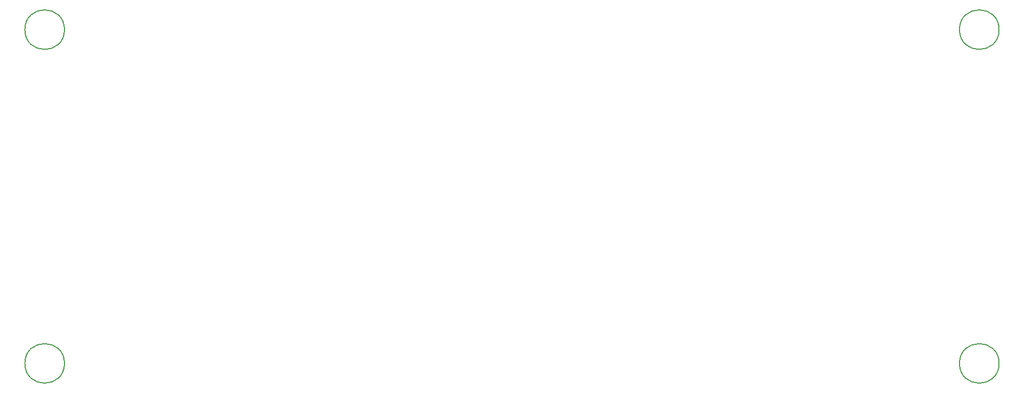
<source format=gbr>
%TF.GenerationSoftware,KiCad,Pcbnew,7.0.9*%
%TF.CreationDate,2024-02-17T00:35:01+08:00*%
%TF.ProjectId,AlarmClockProjV1,416c6172-6d43-46c6-9f63-6b50726f6a56,rev?*%
%TF.SameCoordinates,Original*%
%TF.FileFunction,Other,Comment*%
%FSLAX46Y46*%
G04 Gerber Fmt 4.6, Leading zero omitted, Abs format (unit mm)*
G04 Created by KiCad (PCBNEW 7.0.9) date 2024-02-17 00:35:01*
%MOMM*%
%LPD*%
G01*
G04 APERTURE LIST*
%ADD10C,0.150000*%
G04 APERTURE END LIST*
D10*
%TO.C,H103*%
X81200000Y-85000000D02*
G75*
G03*
X81200000Y-85000000I-3200000J0D01*
G01*
%TO.C,H102*%
X81200000Y-139000000D02*
G75*
G03*
X81200000Y-139000000I-3200000J0D01*
G01*
%TO.C,H104*%
X232200000Y-139000000D02*
G75*
G03*
X232200000Y-139000000I-3200000J0D01*
G01*
%TO.C,H101*%
X232200000Y-85000000D02*
G75*
G03*
X232200000Y-85000000I-3200000J0D01*
G01*
%TD*%
M02*

</source>
